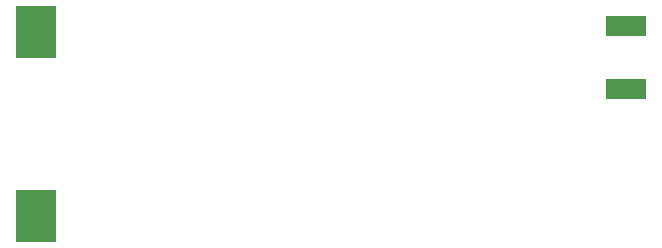
<source format=gtp>
G04 #@! TF.GenerationSoftware,KiCad,Pcbnew,5.0.2-bee76a0~70~ubuntu18.04.1*
G04 #@! TF.CreationDate,2019-04-30T11:18:50-04:00*
G04 #@! TF.ProjectId,AIR_Mount_Plus,4149525f-4d6f-4756-9e74-5f506c75732e,rev?*
G04 #@! TF.SameCoordinates,Original*
G04 #@! TF.FileFunction,Paste,Top*
G04 #@! TF.FilePolarity,Positive*
%FSLAX46Y46*%
G04 Gerber Fmt 4.6, Leading zero omitted, Abs format (unit mm)*
G04 Created by KiCad (PCBNEW 5.0.2-bee76a0~70~ubuntu18.04.1) date Tue 30 Apr 2019 11:18:50 AM EDT*
%MOMM*%
%LPD*%
G01*
G04 APERTURE LIST*
%ADD10R,3.500000X1.780000*%
%ADD11R,3.400000X4.500000*%
G04 APERTURE END LIST*
D10*
G04 #@! TO.C,F1*
X243078000Y-73152000D03*
X243078000Y-78432000D03*
G04 #@! TD*
D11*
G04 #@! TO.C,R1*
X193120000Y-73660000D03*
X193120000Y-89160000D03*
G04 #@! TD*
M02*

</source>
